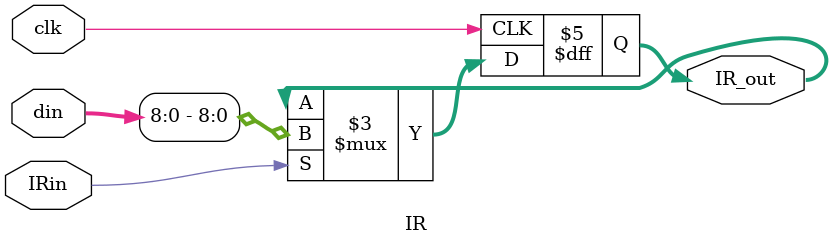
<source format=v>
`timescale 1ns / 1ps

module IR(
    input [15:0] din,
    input IRin,
    input clk,
    output reg [8:0] IR_out
);

    always @(posedge clk) begin
        if (IRin) begin
          IR_out <= din[8:0];
        end
        
        else begin
            IR_out <= IR_out;
        end
    end

endmodule

</source>
